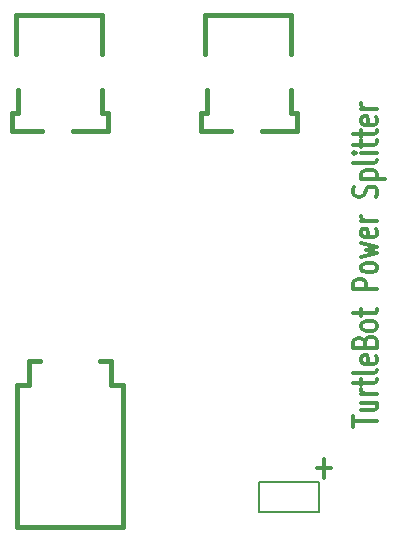
<source format=gto>
G04 (created by PCBNEW-RS274X (2011-05-25)-stable) date Tue 17 Jan 2012 05:00:04 AM EST*
G01*
G70*
G90*
%MOIN*%
G04 Gerber Fmt 3.4, Leading zero omitted, Abs format*
%FSLAX34Y34*%
G04 APERTURE LIST*
%ADD10C,0.006000*%
%ADD11C,0.012000*%
%ADD12C,0.015000*%
%ADD13C,0.010000*%
%ADD14C,0.005000*%
G04 APERTURE END LIST*
G54D10*
G54D11*
X48024Y-44885D02*
X48024Y-44542D01*
X48824Y-44713D02*
X48024Y-44713D01*
X48290Y-44085D02*
X48824Y-44085D01*
X48290Y-44342D02*
X48710Y-44342D01*
X48786Y-44314D01*
X48824Y-44256D01*
X48824Y-44171D01*
X48786Y-44114D01*
X48748Y-44085D01*
X48824Y-43799D02*
X48290Y-43799D01*
X48443Y-43799D02*
X48367Y-43771D01*
X48329Y-43742D01*
X48290Y-43685D01*
X48290Y-43628D01*
X48290Y-43514D02*
X48290Y-43285D01*
X48024Y-43428D02*
X48710Y-43428D01*
X48786Y-43400D01*
X48824Y-43342D01*
X48824Y-43285D01*
X48824Y-42999D02*
X48786Y-43057D01*
X48710Y-43085D01*
X48024Y-43085D01*
X48786Y-42543D02*
X48824Y-42600D01*
X48824Y-42714D01*
X48786Y-42771D01*
X48710Y-42800D01*
X48405Y-42800D01*
X48329Y-42771D01*
X48290Y-42714D01*
X48290Y-42600D01*
X48329Y-42543D01*
X48405Y-42514D01*
X48481Y-42514D01*
X48557Y-42800D01*
X48405Y-42057D02*
X48443Y-41971D01*
X48481Y-41943D01*
X48557Y-41914D01*
X48671Y-41914D01*
X48748Y-41943D01*
X48786Y-41971D01*
X48824Y-42029D01*
X48824Y-42257D01*
X48024Y-42257D01*
X48024Y-42057D01*
X48062Y-42000D01*
X48100Y-41971D01*
X48176Y-41943D01*
X48252Y-41943D01*
X48329Y-41971D01*
X48367Y-42000D01*
X48405Y-42057D01*
X48405Y-42257D01*
X48824Y-41571D02*
X48786Y-41629D01*
X48748Y-41657D01*
X48671Y-41686D01*
X48443Y-41686D01*
X48367Y-41657D01*
X48329Y-41629D01*
X48290Y-41571D01*
X48290Y-41486D01*
X48329Y-41429D01*
X48367Y-41400D01*
X48443Y-41371D01*
X48671Y-41371D01*
X48748Y-41400D01*
X48786Y-41429D01*
X48824Y-41486D01*
X48824Y-41571D01*
X48290Y-41200D02*
X48290Y-40971D01*
X48024Y-41114D02*
X48710Y-41114D01*
X48786Y-41086D01*
X48824Y-41028D01*
X48824Y-40971D01*
X48824Y-40314D02*
X48024Y-40314D01*
X48024Y-40086D01*
X48062Y-40028D01*
X48100Y-40000D01*
X48176Y-39971D01*
X48290Y-39971D01*
X48367Y-40000D01*
X48405Y-40028D01*
X48443Y-40086D01*
X48443Y-40314D01*
X48824Y-39628D02*
X48786Y-39686D01*
X48748Y-39714D01*
X48671Y-39743D01*
X48443Y-39743D01*
X48367Y-39714D01*
X48329Y-39686D01*
X48290Y-39628D01*
X48290Y-39543D01*
X48329Y-39486D01*
X48367Y-39457D01*
X48443Y-39428D01*
X48671Y-39428D01*
X48748Y-39457D01*
X48786Y-39486D01*
X48824Y-39543D01*
X48824Y-39628D01*
X48290Y-39228D02*
X48824Y-39114D01*
X48443Y-39000D01*
X48824Y-38885D01*
X48290Y-38771D01*
X48786Y-38314D02*
X48824Y-38371D01*
X48824Y-38485D01*
X48786Y-38542D01*
X48710Y-38571D01*
X48405Y-38571D01*
X48329Y-38542D01*
X48290Y-38485D01*
X48290Y-38371D01*
X48329Y-38314D01*
X48405Y-38285D01*
X48481Y-38285D01*
X48557Y-38571D01*
X48824Y-38028D02*
X48290Y-38028D01*
X48443Y-38028D02*
X48367Y-38000D01*
X48329Y-37971D01*
X48290Y-37914D01*
X48290Y-37857D01*
X48786Y-37229D02*
X48824Y-37143D01*
X48824Y-37000D01*
X48786Y-36943D01*
X48748Y-36914D01*
X48671Y-36886D01*
X48595Y-36886D01*
X48519Y-36914D01*
X48481Y-36943D01*
X48443Y-37000D01*
X48405Y-37114D01*
X48367Y-37172D01*
X48329Y-37200D01*
X48252Y-37229D01*
X48176Y-37229D01*
X48100Y-37200D01*
X48062Y-37172D01*
X48024Y-37114D01*
X48024Y-36972D01*
X48062Y-36886D01*
X48290Y-36629D02*
X49090Y-36629D01*
X48329Y-36629D02*
X48290Y-36572D01*
X48290Y-36458D01*
X48329Y-36401D01*
X48367Y-36372D01*
X48443Y-36343D01*
X48671Y-36343D01*
X48748Y-36372D01*
X48786Y-36401D01*
X48824Y-36458D01*
X48824Y-36572D01*
X48786Y-36629D01*
X48824Y-36000D02*
X48786Y-36058D01*
X48710Y-36086D01*
X48024Y-36086D01*
X48824Y-35772D02*
X48290Y-35772D01*
X48024Y-35772D02*
X48062Y-35801D01*
X48100Y-35772D01*
X48062Y-35744D01*
X48024Y-35772D01*
X48100Y-35772D01*
X48290Y-35572D02*
X48290Y-35343D01*
X48024Y-35486D02*
X48710Y-35486D01*
X48786Y-35458D01*
X48824Y-35400D01*
X48824Y-35343D01*
X48290Y-35229D02*
X48290Y-35000D01*
X48024Y-35143D02*
X48710Y-35143D01*
X48786Y-35115D01*
X48824Y-35057D01*
X48824Y-35000D01*
X48786Y-34572D02*
X48824Y-34629D01*
X48824Y-34743D01*
X48786Y-34800D01*
X48710Y-34829D01*
X48405Y-34829D01*
X48329Y-34800D01*
X48290Y-34743D01*
X48290Y-34629D01*
X48329Y-34572D01*
X48405Y-34543D01*
X48481Y-34543D01*
X48557Y-34829D01*
X48824Y-34286D02*
X48290Y-34286D01*
X48443Y-34286D02*
X48367Y-34258D01*
X48329Y-34229D01*
X48290Y-34172D01*
X48290Y-34115D01*
X46819Y-46279D02*
X47276Y-46279D01*
X47047Y-46584D02*
X47047Y-45974D01*
G54D12*
X39961Y-43503D02*
X40355Y-43503D01*
X40355Y-43503D02*
X40355Y-48228D01*
X36811Y-48228D02*
X36811Y-43503D01*
X36811Y-43503D02*
X37205Y-43503D01*
X37599Y-42716D02*
X37205Y-42716D01*
X37205Y-42716D02*
X37205Y-43503D01*
X39961Y-43503D02*
X39961Y-42716D01*
X39961Y-42716D02*
X39567Y-42716D01*
X36811Y-48228D02*
X40355Y-48228D01*
X44988Y-35021D02*
X46138Y-35021D01*
X46138Y-35021D02*
X46138Y-34421D01*
X46138Y-34421D02*
X45938Y-34421D01*
X45938Y-34421D02*
X45938Y-33671D01*
X43138Y-34421D02*
X43138Y-33671D01*
X43138Y-34421D02*
X42938Y-34421D01*
X42938Y-34421D02*
X42938Y-35021D01*
X42938Y-35021D02*
X43938Y-35021D01*
X43088Y-32471D02*
X43088Y-31171D01*
X43088Y-31171D02*
X45938Y-31171D01*
X45938Y-31171D02*
X45938Y-32471D01*
G54D10*
X44866Y-47744D02*
X44866Y-46744D01*
X44866Y-46744D02*
X46866Y-46744D01*
X46866Y-46744D02*
X46866Y-47744D01*
X46866Y-47744D02*
X44866Y-47744D01*
G54D12*
X38689Y-35021D02*
X39839Y-35021D01*
X39839Y-35021D02*
X39839Y-34421D01*
X39839Y-34421D02*
X39639Y-34421D01*
X39639Y-34421D02*
X39639Y-33671D01*
X36839Y-34421D02*
X36839Y-33671D01*
X36839Y-34421D02*
X36639Y-34421D01*
X36639Y-34421D02*
X36639Y-35021D01*
X36639Y-35021D02*
X37639Y-35021D01*
X36789Y-32471D02*
X36789Y-31171D01*
X36789Y-31171D02*
X39639Y-31171D01*
X39639Y-31171D02*
X39639Y-32471D01*
G54D13*
G54D11*
G54D14*
G54D11*
G54D10*
G54D14*
G54D11*
M02*

</source>
